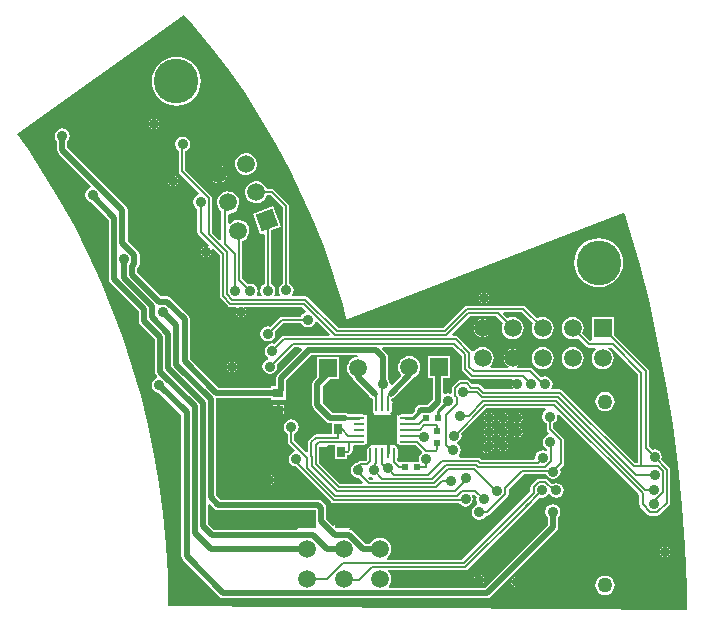
<source format=gbl>
%FSTAX24Y24*%
%MOIN*%
%SFA1B1*%

%IPPOS*%
%AMD28*
4,1,4,-0.017600,-0.037800,0.037800,-0.017600,0.017600,0.037800,-0.037800,0.017600,-0.017600,-0.037800,0.0*
%
%ADD12R,0.023600X0.019700*%
%ADD16R,0.027600X0.035400*%
%ADD20O,0.009800X0.033500*%
%ADD21O,0.033500X0.009800*%
%ADD22C,0.020000*%
%ADD23C,0.007000*%
%ADD25C,0.010000*%
%ADD27C,0.050000*%
G04~CAMADD=28~10~0.0~590.4~0.0~0.0~0.0~0.0~0~0.0~0.0~0.0~0.0~0~0.0~0.0~0.0~0.0~0~0.0~0.0~0.0~200.0~590.4~0.0*
%ADD28D28*%
%ADD29C,0.059100*%
%ADD30R,0.059100X0.059100*%
%ADD31R,0.059100X0.059100*%
%ADD32C,0.149000*%
%ADD33C,0.035000*%
%ADD34C,0.026000*%
%ADD35R,0.019700X0.023600*%
%ADD36R,0.098400X0.098400*%
%ADD37R,0.035400X0.031500*%
%ADD38C,0.008000*%
%ADD39R,0.016600X0.046600*%
%ADD40R,0.020000X0.049800*%
%LNarmboardbeta-1*%
%LPD*%
G36*
X037995Y034521D02*
X03861Y033772D01*
X039195Y032999*
X039749Y032204*
X040271Y031387*
X040762Y030551*
X041218Y029696*
X041642Y028824*
X04203Y027936*
X042383Y027033*
X042701Y026117*
X042982Y02519*
X043094Y024762*
X043107Y024711*
X043106*
X043107*
X043156Y02473*
X052328Y028251*
X052391Y02822*
X052513Y027835*
X052885Y026524*
X053218Y025202*
X053513Y023872*
X053769Y022533*
X053986Y021188*
X054164Y019836*
X054303Y018481*
X054402Y017121*
X054461Y01576*
X054471Y015061*
X054422Y015011*
X03717Y015159*
Y01516*
X037171Y015183*
X037152Y016191*
X037095Y017197*
X037001Y018201*
X03687Y019201*
X036701Y020194*
X036495Y021181*
X036252Y02216*
X035973Y023128*
X035658Y024086*
X035308Y025031*
X034922Y025962*
X034501Y026878*
X034047Y027778*
X03356Y028661*
X033039Y029524*
X032487Y030367*
X032122Y030882*
X037694Y034858*
Y034859*
X037695*
X037995Y034521*
G37*
%LNarmboardbeta-2*%
%LPC*%
G36*
X048948Y01591D02*
X04883D01*
Y015792*
X048848Y015795*
X048906Y015834*
X048945Y015892*
X048948Y01591*
G37*
G36*
X041017Y021644D02*
X04089D01*
Y021537*
X041017*
Y021644*
G37*
G36*
X04079D02*
X040663D01*
Y021537*
X04079*
Y021644*
G37*
G36*
X04749Y01598D02*
X047372D01*
X047375Y015962*
X047414Y015904*
X047472Y015865*
X04749Y015862*
Y01598*
G37*
G36*
X04883Y016128D02*
Y01601D01*
X048948*
X048945Y016028*
X048906Y016086*
X048848Y016125*
X04883Y016128*
G37*
G36*
X04749Y016198D02*
X047472Y016195D01*
X047414Y016156*
X047375Y016098*
X047372Y01608*
X04749*
Y016198*
G37*
G36*
X047708Y01598D02*
X04759D01*
Y015862*
X047608Y015865*
X047666Y015904*
X047705Y015962*
X047708Y01598*
G37*
G36*
X04873Y016128D02*
X048712Y016125D01*
X048654Y016086*
X048615Y016028*
X048612Y01601*
X04873*
Y016128*
G37*
G36*
X05173Y022283D02*
X051646Y022272D01*
X051569Y02224*
X051502Y022188*
X05145Y022121*
X051418Y022044*
X051407Y02196*
X051418Y021876*
X05145Y021799*
X051502Y021732*
X051569Y021681*
X051646Y021648*
X05173Y021637*
X051814Y021648*
X051891Y021681*
X051958Y021732*
X05201Y021799*
X052042Y021876*
X052053Y02196*
X052042Y022044*
X05201Y022121*
X051958Y022188*
X051891Y02224*
X051814Y022272*
X05173Y022283*
G37*
G36*
Y016163D02*
X051646Y016152D01*
X051569Y016119*
X051502Y016068*
X05145Y016001*
X051418Y015924*
X051407Y01584*
X051418Y015756*
X05145Y015679*
X051502Y015612*
X051569Y01556*
X051646Y015528*
X05173Y015517*
X051814Y015528*
X051891Y01556*
X051958Y015612*
X05201Y015679*
X052042Y015756*
X052053Y01584*
X052042Y015924*
X05201Y016001*
X051958Y016068*
X051891Y016119*
X051814Y016152*
X05173Y016163*
G37*
G36*
X043856Y021924D02*
X043853Y021916D01*
Y021848*
X043856*
Y021924*
G37*
G36*
X039468Y02307D02*
X03935D01*
Y022952*
X039368Y022955*
X039426Y022994*
X039465Y023052*
X039468Y02307*
G37*
G36*
X03925D02*
X039132D01*
X039135Y023052*
X039174Y022994*
X039232Y022955*
X03925Y022952*
Y02307*
G37*
G36*
X04873Y01591D02*
X048612D01*
X048615Y015892*
X048654Y015834*
X048712Y015795*
X04873Y015792*
Y01591*
G37*
G36*
X043856Y021748D02*
X043853D01*
Y021679*
X043856Y021672*
Y021748*
G37*
G36*
X041017Y021852D02*
X04089D01*
Y021744*
X041017*
Y021852*
G37*
G36*
X04079D02*
X040663D01*
Y021744*
X04079*
Y021852*
G37*
G36*
X04418Y018345D02*
X043935D01*
Y0181*
X04418*
Y018345*
G37*
G36*
X044525D02*
X04428D01*
Y0181*
X044525*
Y018345*
G37*
G36*
X04297D02*
X042725D01*
Y0181*
X04297*
Y018345*
G37*
G36*
X043315D02*
X04307D01*
Y0181*
X043315*
Y018345*
G37*
G36*
X04049Y019528D02*
X040472Y019525D01*
X040414Y019486*
X040375Y019428*
X040372Y01941*
X04049*
Y019528*
G37*
G36*
X04059D02*
Y01941D01*
X040708*
X040705Y019428*
X040666Y019486*
X040608Y019525*
X04059Y019528*
G37*
G36*
X04049Y01931D02*
X040372D01*
X040375Y019292*
X040414Y019234*
X040472Y019195*
X04049Y019192*
Y01931*
G37*
G36*
X040708D02*
X04059D01*
Y019192*
X040608Y019195*
X040666Y019234*
X040705Y019292*
X040708Y01931*
G37*
G36*
X044525Y018D02*
X04428D01*
Y017755*
X044525*
Y018*
G37*
G36*
X053898Y0169D02*
X05378D01*
Y016782*
X053798Y016785*
X053856Y016824*
X053895Y016882*
X053898Y0169*
G37*
G36*
X05368Y017118D02*
X053662Y017115D01*
X053604Y017076*
X053565Y017018*
X053562Y017*
X05368*
Y017118*
G37*
G36*
X04759Y016198D02*
Y01608D01*
X047708*
X047705Y016098*
X047666Y016156*
X047608Y016195*
X04759Y016198*
G37*
G36*
X05368Y0169D02*
X053562D01*
X053565Y016882*
X053604Y016824*
X053662Y016785*
X05368Y016782*
Y0169*
G37*
G36*
X04219Y021227D02*
X042102D01*
Y0211*
X04219*
Y021227*
G37*
G36*
X04418Y018D02*
X043935D01*
Y017755*
X04418*
Y018*
G37*
G36*
X05378Y017118D02*
Y017D01*
X053898*
X053895Y017018*
X053856Y017076*
X053798Y017115*
X05378Y017118*
G37*
G36*
X042378Y021227D02*
X04229D01*
Y0211*
X042378*
Y021227*
G37*
G36*
X04965Y023778D02*
X049555Y023766D01*
X049466Y023729*
X049389Y023671*
X049331Y023594*
X049294Y023505*
X049282Y02341*
X049294Y023315*
X049331Y023226*
X049389Y023149*
X049466Y023091*
X049555Y023054*
X04965Y023042*
X049745Y023054*
X049834Y023091*
X049911Y023149*
X049969Y023226*
X050006Y023315*
X050018Y02341*
X050006Y023505*
X049969Y023594*
X049911Y023671*
X049834Y023729*
X049745Y023766*
X04965Y023778*
G37*
G36*
X038796Y029473D02*
X03857Y029391D01*
X038582Y029367*
X038635Y029309*
X0387Y029267*
X038775Y029244*
X038852Y029241*
X038879Y029247*
X038796Y029473*
G37*
G36*
X037508Y02926D02*
X03739D01*
Y029142*
X037408Y029145*
X037466Y029184*
X037505Y029242*
X037508Y02926*
G37*
G36*
X03729Y029478D02*
X037272Y029475D01*
X037214Y029436*
X037175Y029378*
X037172Y02936*
X03729*
Y029478*
G37*
G36*
X039117Y02959D02*
X03889Y029507D01*
X038973Y029281*
X038997Y029293*
X039054Y029346*
X039096Y029411*
X03912Y029486*
X039123Y029563*
X039117Y02959*
G37*
G36*
X038598Y02691D02*
X03848D01*
Y026792*
X038498Y026795*
X038556Y026834*
X038595Y026892*
X038598Y02691*
G37*
G36*
X03838D02*
X038262D01*
X038265Y026892*
X038304Y026834*
X038362Y026795*
X03838Y026792*
Y02691*
G37*
G36*
X03729Y02926D02*
X037172D01*
X037175Y029242*
X037214Y029184*
X037272Y029145*
X03729Y029142*
Y02926*
G37*
G36*
X03838Y027128D02*
X038362Y027125D01*
X038304Y027086*
X038265Y027028*
X038262Y02701*
X03838*
Y027128*
G37*
G36*
X03739Y029478D02*
Y02936D01*
X037508*
X037505Y029378*
X037466Y029436*
X037408Y029475*
X03739Y029478*
G37*
G36*
X03665Y031378D02*
X036632Y031375D01*
X036574Y031336*
X036535Y031278*
X036532Y03126*
X03665*
Y031378*
G37*
G36*
X036868Y03116D02*
X03675D01*
Y031042*
X036768Y031045*
X036826Y031084*
X036865Y031142*
X036868Y03116*
G37*
G36*
X03744Y033459D02*
X03728Y033443D01*
X037127Y033397*
X036985Y033321*
X036861Y033219*
X036759Y033095*
X036683Y032953*
X036637Y0328*
X036621Y03264*
X036637Y03248*
X036683Y032327*
X036759Y032185*
X036861Y032061*
X036985Y031959*
X037127Y031883*
X03728Y031837*
X03744Y031821*
X0376Y031837*
X037753Y031883*
X037895Y031959*
X038019Y032061*
X038121Y032185*
X038197Y032327*
X038243Y03248*
X038259Y03264*
X038243Y0328*
X038197Y032953*
X038121Y033095*
X038019Y033219*
X037895Y033321*
X037753Y033397*
X0376Y033443*
X03744Y033459*
G37*
G36*
X03675Y031378D02*
Y03126D01*
X036868*
X036865Y031278*
X036826Y031336*
X036768Y031375*
X03675Y031378*
G37*
G36*
X039734Y030246D02*
X03964Y030226D01*
X039555Y030181*
X039484Y030116*
X039432Y030035*
X039403Y029943*
X039399Y029847*
X03942Y029753*
X039464Y029668*
X039529Y029597*
X03961Y029545*
X039702Y029517*
X039798Y029512*
X039892Y029533*
X039977Y029578*
X040048Y029643*
X0401Y029724*
X040129Y029815*
X040133Y029911*
X040112Y030005*
X040068Y030091*
X040003Y030162*
X039922Y030213*
X03983Y030242*
X039734Y030246*
G37*
G36*
X03868Y029794D02*
X038655Y029781D01*
X038598Y029729*
X038556Y029663*
X038533Y029589*
X03853Y029511*
X038535Y029485*
X038762Y029567*
X03868Y029794*
G37*
G36*
X03665Y03116D02*
X036532D01*
X036535Y031142*
X036574Y031084*
X036632Y031045*
X03665Y031042*
Y03116*
G37*
G36*
X0388Y029834D02*
X038774Y029828D01*
X038856Y029601*
X039083Y029684*
X03907Y029708*
X039018Y029766*
X038952Y029807*
X038878Y029831*
X0388Y029834*
G37*
G36*
X05152Y027409D02*
X05136Y027393D01*
X051207Y027347*
X051065Y027271*
X050941Y027169*
X050839Y027045*
X050763Y026903*
X050717Y02675*
X050701Y02659*
X050717Y02643*
X050763Y026277*
X050839Y026135*
X050941Y026011*
X051065Y025909*
X051207Y025833*
X05136Y025787*
X05152Y025771*
X05168Y025787*
X051833Y025833*
X051975Y025909*
X052099Y026011*
X052201Y026135*
X052277Y026277*
X052323Y02643*
X052339Y02659*
X052323Y02675*
X052277Y026903*
X052201Y027045*
X052099Y027169*
X051975Y027271*
X051833Y027347*
X05168Y027393*
X05152Y027409*
G37*
G36*
X03364Y03107D02*
X033544Y031051D01*
X033463Y030997*
X033409Y030916*
X03339Y03082*
X033409Y030724*
X033463Y030643*
X033467Y030641*
Y030348*
X03348Y030282*
X033517Y030225*
X034592Y029151*
X034571Y029084*
X034554Y029081*
X034473Y029027*
X034419Y028946*
X0344Y02885*
X034419Y028754*
X034473Y028673*
X034554Y028619*
X034593Y028611*
X035202Y028003*
Y026919*
X035195Y026909*
X035182Y026843*
Y026045*
X035195Y025979*
X035232Y025922*
X036187Y024968*
Y024654*
X0362Y024587*
X036237Y024531*
X036732Y024036*
Y022962*
X036745Y022896*
X036783Y02284*
X036812Y022811*
X036791Y022744*
X036774Y022741*
X036693Y022687*
X036639Y022606*
X03662Y02251*
X036639Y022414*
X036693Y022333*
X036774Y022279*
X03687Y02226*
X036874Y022261*
X037607Y021528*
Y0168*
X03762Y016734*
X037657Y016677*
X038873Y015462*
X038929Y015425*
X038995Y015411*
X047805*
X047871Y015425*
X047927Y015462*
X050113Y017647*
X05015Y017704*
X050163Y01777*
Y018111*
X050167Y018113*
X050221Y018194*
X05024Y01829*
X050221Y018386*
X050167Y018467*
X050086Y018521*
X04999Y01854*
X049894Y018521*
X049813Y018467*
X049759Y018386*
X04974Y01829*
X049759Y018194*
X049813Y018113*
X049817Y018111*
Y017842*
X047733Y015758*
X044546*
X044515Y015821*
X044549Y015866*
X044586Y015955*
X044598Y01605*
X044586Y016145*
X044549Y016234*
X044491Y016311*
X044502Y016343*
X047076*
X047117Y016351*
X047152Y016375*
X049048Y01827*
X04906Y018278*
X049548Y018767*
X04963Y01875*
X049726Y018769*
X049807Y018823*
X049835Y018866*
X049905*
X049933Y018823*
X050014Y018769*
X05011Y01875*
X050206Y018769*
X050287Y018823*
X050341Y018904*
X05036Y019*
X050341Y019096*
X050287Y019177*
X050206Y019231*
X05011Y01925*
X050014Y019231*
X049974Y019204*
X049822Y019356*
X049787Y019379*
X049746Y019387*
X049514*
X049473Y019379*
X049438Y019356*
X049274Y019192*
X049251Y019157*
X049243Y019116*
Y018966*
X046974Y016697*
X044479*
X044457Y016764*
X044491Y016789*
X044549Y016866*
X044586Y016955*
X044598Y01705*
X044586Y017145*
X044549Y017234*
X044491Y017311*
X044414Y017369*
X044325Y017406*
X04423Y017418*
X044135Y017406*
X044046Y017369*
X043969Y017311*
X043911Y017234*
X043906Y017223*
X04375*
X043335Y017638*
X043279Y017675*
X043213Y017689*
Y017705*
X043262Y017755*
X043315*
Y018*
X042725*
Y017851*
X04266Y017824*
X042439Y018046*
Y018416*
X042425Y018482*
X042388Y018538*
X042288Y018638*
X042232Y018675*
X042166Y018689*
X038917*
X038763Y018842*
Y022042*
X038759Y022063*
X038768Y022072*
X040593*
Y022018*
X041087*
Y02226*
X0411Y022279*
X041113Y022346*
Y022688*
X041942Y023517*
X043466*
X043485Y023496*
X043488Y023447*
X043405Y023436*
X043316Y023399*
X043239Y023341*
X043181Y023264*
X043144Y023175*
X043132Y02308*
X043144Y022985*
X043181Y022896*
X043239Y022819*
X043316Y022761*
X043332Y022754*
X04334Y022714*
X043377Y022657*
X043864Y022171*
X043877Y022151*
X043934Y022094*
X043983Y022061*
Y021991*
X043933Y021958*
X043944Y021953*
X043956Y021924*
Y021797*
Y021672*
X043944Y021642*
X043934Y021638*
X044001Y021617*
X044017Y021593*
X044039Y021579*
X044018Y021512*
X043808*
Y021498*
X043741Y021478*
X043727Y0215*
X043687Y021526*
X043641Y021535*
X043526*
X043522Y021536*
X043173*
X043116Y021574*
X04305Y021587*
X042643*
X042318Y021912*
Y022478*
X042555Y022715*
X042865*
Y023445*
X042135*
Y022785*
X042022Y022673*
X041985Y022616*
X041972Y02255*
Y02184*
X041985Y021774*
X042022Y021718*
X042449Y021291*
X042505Y021254*
X042571Y02124*
X042623*
Y02087*
X042378*
Y020873*
Y020919*
Y021*
X042102*
Y020919*
Y020873*
X042099Y02087*
X04209*
X042049Y020862*
X042014Y020838*
X041867Y020691*
X041844Y020656*
X041836Y020615*
Y020293*
X041771Y020266*
X041377Y02066*
Y020897*
X041447Y020943*
X041501Y021024*
X04152Y02112*
X041501Y021216*
X041447Y021297*
X041366Y021351*
X04127Y02137*
X041174Y021351*
X041093Y021297*
X041039Y021216*
X04102Y02112*
X041039Y021024*
X041093Y020943*
X041163Y020897*
Y020616*
X041171Y020575*
X041194Y02054*
X041383Y020351*
X041363Y020284*
X041344Y020281*
X041263Y020227*
X041209Y020146*
X04119Y02005*
X041209Y019954*
X041263Y019873*
X041344Y019819*
X041417Y019805*
X042607Y018614*
X042642Y018591*
X042683Y018583*
X04687*
X046903Y018533*
X046984Y018479*
X04708Y01846*
X047176Y018479*
X047257Y018533*
X047311Y018614*
X04733Y01871*
X047311Y018806*
X0473Y018821*
X04731Y018839*
X047379Y018849*
X047447Y018782*
X04743Y0187*
X047449Y018604*
X047475Y018566*
X047448Y018501*
X047444*
X047363Y018447*
X047309Y018366*
X04729Y01827*
X047309Y018174*
X047363Y018093*
X047444Y018039*
X04754Y01802*
X047636Y018039*
X047717Y018093*
X047763Y018163*
X047806*
X047847Y018171*
X047882Y018194*
X048486Y018798*
X048509Y018833*
X048517Y018874*
Y019036*
X049014Y019533*
X04977*
X049823Y019453*
X049904Y019399*
X05Y01938*
X050096Y019399*
X050177Y019453*
X050231Y019534*
X05025Y01963*
X050231Y019726*
X050229Y019728*
X050326Y019824*
X050349Y019859*
X050357Y0199*
Y020676*
X050349Y020717*
X050326Y020752*
X049997Y02108*
Y021237*
X050067Y021283*
X050121Y021364*
X05014Y02146*
X05013Y02151*
X050192Y021543*
X052873Y018862*
Y018534*
X052881Y018493*
X052904Y018458*
X053168Y018194*
X053203Y018171*
X053244Y018163*
X053476*
X053517Y018171*
X053552Y018194*
X053876Y018518*
X053899Y018553*
X053907Y018594*
Y019694*
X053899Y019735*
X053876Y01977*
X053611Y020035*
X05363Y02013*
X053611Y020226*
X053557Y020307*
X053476Y020361*
X05338Y02038*
X053298Y020363*
X053193Y020468*
Y022974*
X053185Y023015*
X053162Y02305*
X052015Y024196*
Y024775*
X051285*
Y024045*
Y024027*
X05127Y024012*
X05122Y023991*
X050974Y024237*
X051006Y024315*
X051018Y02441*
X051006Y024505*
X050969Y024594*
X050911Y024671*
X050834Y024729*
X050745Y024766*
X05065Y024778*
X050555Y024766*
X050466Y024729*
X050389Y024671*
X050331Y024594*
X050294Y024505*
X050282Y02441*
X050294Y024315*
X050331Y024226*
X050389Y024149*
X050466Y024091*
X050555Y024054*
X05065Y024042*
X050745Y024054*
X050823Y024086*
X051114Y023794*
X051149Y023771*
X05119Y023763*
X051401*
X051424Y023697*
X051389Y023671*
X051331Y023594*
X051294Y023505*
X051282Y02341*
X051294Y023315*
X051331Y023226*
X051389Y023149*
X051466Y023091*
X051555Y023054*
X05165Y023042*
X051745Y023054*
X051834Y023091*
X051911Y023149*
X051969Y023226*
X052006Y023315*
X052018Y02341*
X052006Y023505*
X051969Y023594*
X051911Y023671*
X051834Y023729*
X051841Y023763*
X051948*
X052839Y022872*
Y019907*
X052724*
X050296Y022336*
X050261Y022359*
X05022Y022367*
X049977*
X049944Y022429*
X049961Y022454*
X04998Y02255*
X049961Y022646*
X049907Y022727*
X049826Y022781*
X04973Y0228*
X049634Y022781*
X049606Y022762*
X049322Y023046*
X049287Y023069*
X049246Y023077*
X048797*
X048784Y023146*
X048799Y023152*
X048861Y023199*
X048908Y023261*
X048938Y023333*
X048941Y02336*
X048359*
X048362Y023333*
X048392Y023261*
X048439Y023199*
X048501Y023152*
X048516Y023146*
X048503Y023077*
X047925*
X047903Y023143*
X047911Y023149*
X047969Y023226*
X048006Y023315*
X048018Y02341*
X048006Y023505*
X047969Y023594*
X047911Y023671*
X047834Y023729*
X047745Y023766*
X04765Y023778*
X047555Y023766*
X047466Y023729*
X047389Y023671*
X047375Y023652*
X04732Y023641*
X047296Y023642*
X047276Y023671*
X046836Y024111*
X046802Y024134*
X046761Y024142*
X046649*
X046622Y024207*
X047216Y024801*
X048108*
X048326Y024583*
X048294Y024505*
X048282Y02441*
X048294Y024315*
X048331Y024226*
X048389Y024149*
X048466Y024091*
X048555Y024054*
X04865Y024042*
X048745Y024054*
X048834Y024091*
X048911Y024149*
X048969Y024226*
X049006Y024315*
X049018Y02441*
X049006Y024505*
X048969Y024594*
X048911Y024671*
X048834Y024729*
X048745Y024766*
X04865Y024778*
X048555Y024766*
X048477Y024734*
X048335Y024876*
X048362Y024941*
X048968*
X049326Y024583*
X049294Y024505*
X049282Y02441*
X049294Y024315*
X049331Y024226*
X049389Y024149*
X049466Y024091*
X049555Y024054*
X04965Y024042*
X049745Y024054*
X049834Y024091*
X049911Y024149*
X049969Y024226*
X050006Y024315*
X050018Y02441*
X050006Y024505*
X049969Y024594*
X049911Y024671*
X049834Y024729*
X049745Y024766*
X04965Y024778*
X049555Y024766*
X049477Y024734*
X049088Y025124*
X049053Y025147*
X049012Y025155*
X047114*
X047073Y025147*
X047038Y025124*
X046337Y024422*
X042833*
X04182Y025436*
X041785Y025459*
X041744Y025467*
X041333*
X0413Y025529*
X041331Y025574*
X04135Y02567*
X041331Y025766*
X041277Y025847*
X041207Y025893*
Y02847*
X041199Y028511*
X041176Y028546*
X040706Y029015*
X040671Y029039*
X04063Y029047*
X040458*
X040454Y029066*
X04041Y029151*
X040345Y029222*
X040264Y029274*
X040172Y029303*
X040076Y029307*
X039982Y029286*
X039897Y029241*
X039826Y029177*
X039774Y029095*
X039745Y029004*
X039741Y028908*
X039762Y028814*
X039806Y028728*
X039871Y028657*
X039952Y028606*
X040044Y028577*
X04014Y028573*
X040234Y028593*
X040319Y028638*
X04039Y028703*
X040442Y028784*
X040457Y028833*
X040586*
X040993Y028426*
Y025893*
X040923Y025847*
X040869Y025766*
X04085Y02567*
X040869Y025574*
X0409Y025529*
X040867Y025467*
X04073*
X040697Y025529*
X040721Y025564*
X04074Y02566*
X040721Y025756*
X040667Y025837*
X040597Y025883*
Y027665*
X040918Y027782*
X040668Y028468*
X039982Y028218*
X040232Y027532*
X040326Y027566*
X040383Y027526*
Y025883*
X040313Y025837*
X040259Y025756*
X04024Y02566*
X040259Y025564*
X040283Y025529*
X04025Y025467*
X040163*
X04013Y025529*
X040141Y025544*
X04016Y02564*
X040141Y025736*
X040087Y025817*
X040006Y025871*
X03991Y02589*
X039828Y025873*
X039637Y026064*
Y027312*
X039722Y027356*
X039793Y027421*
X039844Y027502*
X039873Y027594*
X039877Y02769*
X039857Y027784*
X039812Y027869*
X039747Y02794*
X039666Y027992*
X039574Y028021*
X039478Y028025*
X039384Y028004*
X039299Y02796*
X039228Y027895*
X039224Y027889*
X039157Y027908*
Y028189*
X0392Y028231*
X039294Y028251*
X03938Y028296*
X039451Y028361*
X039502Y028442*
X039531Y028534*
X039535Y02863*
X039514Y028724*
X03947Y028809*
X039405Y02888*
X039324Y028932*
X039232Y028961*
X039136Y028965*
X039042Y028944*
X038957Y028899*
X038886Y028835*
X038834Y028753*
X038805Y028662*
X038801Y028566*
X038822Y028472*
X038866Y028386*
X038931Y028315*
X038944Y028307*
X038943Y028301*
Y027364*
X038878Y027337*
X038637Y027578*
Y028736*
X038629Y028777*
X038606Y028812*
X037737Y02968*
Y030308*
X037746Y030309*
X037827Y030363*
X037881Y030444*
X0379Y03054*
X037881Y030636*
X037827Y030717*
X037746Y030771*
X03765Y03079*
X037633Y030786*
X03763Y030787*
X037589Y030779*
X037586Y030777*
X037554Y030771*
X037473Y030717*
X037419Y030636*
X0374Y03054*
X037419Y030444*
X037473Y030363*
X037523Y03033*
Y029636*
X037531Y029595*
X037554Y02956*
X038193Y028921*
X038173Y028854*
X038154Y028851*
X038073Y028797*
X038019Y028716*
X038Y02862*
X038019Y028524*
X038073Y028443*
X038143Y028397*
Y027616*
X038151Y027575*
X038174Y02754*
X038527Y027187*
X038494Y027126*
X03848Y027128*
Y02701*
X038598*
X038596Y027024*
X038657Y027057*
X038883Y026832*
Y025476*
X038891Y025435*
X038914Y0254*
X03917Y025144*
X039205Y025121*
X039246Y025113*
X039421*
X039454Y025051*
X039425Y025008*
X039422Y02499*
X039758*
X039755Y025008*
X039716Y025066*
X039658Y025105*
X039659Y025113*
X041642*
X041763Y024991*
X041743Y024924*
X041724Y024921*
X041643Y024867*
X041597Y024797*
X04096*
X040919Y024789*
X040884Y024766*
X040572Y024453*
X04049Y02447*
X040394Y024451*
X040313Y024397*
X040259Y024316*
X04024Y02422*
X040259Y024124*
X040313Y024043*
X040394Y023989*
X04049Y02397*
X040586Y023989*
X040667Y024043*
X040721Y024124*
X04074Y02422*
X040723Y024302*
X041004Y024583*
X041597*
X041643Y024513*
X041724Y024459*
X04182Y02444*
X041916Y024459*
X041997Y024513*
X042051Y024594*
X042054Y024613*
X042121Y024633*
X042548Y024207*
X042521Y024142*
X041015*
X040974Y024134*
X040939Y024111*
X040712Y023883*
X04063Y0239*
X040534Y023881*
X040453Y023827*
X040399Y023746*
X04038Y02365*
X040399Y023554*
X040453Y023473*
X04051Y023436*
X040496Y023367*
X040464Y023361*
X040383Y023307*
X040329Y023226*
X04031Y02313*
X040329Y023034*
X040383Y022953*
X040464Y022899*
X04056Y02288*
X040656Y022899*
X040737Y022953*
X040791Y023034*
X04081Y02313*
X040793Y023212*
X041369Y023788*
X041447*
X041604Y023757*
X041625Y02369*
X040817Y022883*
X04078Y022826*
X040767Y02276*
Y022473*
X040593*
Y022419*
X03884*
X037889Y02337*
Y024722*
X037876Y024789*
X037838Y024845*
X037265Y025418*
X037209Y025455*
X037143Y025468*
X03694*
X036143Y026265*
Y02641*
X036168Y026435*
X036205Y026491*
X036218Y026557*
Y026843*
X036205Y026909*
X036168Y026965*
X035818Y027315*
Y028343*
X035805Y028409*
X035768Y028465*
X033813Y03042*
Y030641*
X033817Y030643*
X033871Y030724*
X03389Y03082*
X033871Y030916*
X033817Y030997*
X033736Y031051*
X03364Y03107*
G37*
G36*
X0487Y023701D02*
Y02346D01*
X048941*
X048938Y023487*
X048908Y023559*
X048861Y023621*
X048799Y023668*
X048727Y023698*
X0487Y023701*
G37*
G36*
X047941Y02436D02*
X0477D01*
Y024119*
X047727Y024122*
X047799Y024152*
X047861Y024199*
X047908Y024261*
X047938Y024333*
X047941Y02436*
G37*
G36*
X0476D02*
X047359D01*
X047362Y024333*
X047392Y024261*
X047439Y024199*
X047501Y024152*
X047573Y024122*
X0476Y024119*
Y02436*
G37*
G36*
X03925Y023288D02*
X039232Y023285D01*
X039174Y023246*
X039135Y023188*
X039132Y02317*
X03925*
Y023288*
G37*
G36*
X05065Y023778D02*
X050555Y023766D01*
X050466Y023729*
X050389Y023671*
X050331Y023594*
X050294Y023505*
X050282Y02341*
X050294Y023315*
X050331Y023226*
X050389Y023149*
X050466Y023091*
X050555Y023054*
X05065Y023042*
X050745Y023054*
X050834Y023091*
X050911Y023149*
X050969Y023226*
X051006Y023315*
X051018Y02341*
X051006Y023505*
X050969Y023594*
X050911Y023671*
X050834Y023729*
X050745Y023766*
X05065Y023778*
G37*
G36*
X0486Y023701D02*
X048573Y023698D01*
X048501Y023668*
X048439Y023621*
X048392Y023559*
X048362Y023487*
X048359Y02346*
X0486*
Y023701*
G37*
G36*
X03935Y023288D02*
Y02317D01*
X039468*
X039465Y023188*
X039426Y023246*
X039368Y023285*
X03935Y023288*
G37*
G36*
X0476Y024701D02*
X047573Y024698D01*
X047501Y024668*
X047439Y024621*
X047392Y024559*
X047362Y024487*
X047359Y02446*
X0476*
Y024701*
G37*
G36*
X047873Y02536D02*
X047755D01*
Y025242*
X047773Y025245*
X047831Y025284*
X04787Y025342*
X047873Y02536*
G37*
G36*
X047655D02*
X047536D01*
X04754Y025342*
X047579Y025284*
X047636Y025245*
X047655Y025242*
Y02536*
G37*
G36*
X047755Y025578D02*
Y02546D01*
X047873*
X04787Y025478*
X047831Y025536*
X047773Y025575*
X047755Y025578*
G37*
G36*
X047655D02*
X047636Y025575D01*
X047579Y025536*
X04754Y025478*
X047536Y02546*
X047655*
Y025578*
G37*
G36*
X03954Y02489D02*
X039422D01*
X039425Y024872*
X039464Y024814*
X039522Y024775*
X03954Y024772*
Y02489*
G37*
G36*
X0477Y024701D02*
Y02446D01*
X047941*
X047938Y024487*
X047908Y024559*
X047861Y024621*
X047799Y024668*
X047727Y024698*
X0477Y024701*
G37*
G36*
X039758Y02489D02*
X03964D01*
Y024772*
X039658Y024775*
X039716Y024814*
X039755Y024872*
X039758Y02489*
G37*
%LNarmboardbeta-3*%
%LPD*%
G36*
X044873Y02054D02*
X044913Y020514D01*
X044959Y020505*
X045196*
X045242Y020514*
X04525Y020519*
X045423*
X045628Y020315*
X045621Y020245*
X045593Y020227*
X045539Y020146*
X04552Y02005*
X045532Y019993*
X045487Y019938*
X045259*
X045241*
X044865*
X044854Y019934*
X044801Y019987*
Y02007*
X044806Y020078*
X044815Y020124*
Y020361*
X044806Y020407*
X04478Y020447*
X04474Y020473*
X044694Y020482*
X044739Y020528*
X044792*
Y020542*
X044859Y020562*
X044873Y02054*
G37*
G36*
X049757Y021666D02*
X049713Y021637D01*
X049659Y021556*
X04964Y02146*
X049659Y021364*
X049713Y021283*
X049783Y021237*
Y021036*
X049791Y020995*
X049814Y02096*
X04986Y020915*
X04984Y020848*
X049804Y020841*
X049723Y020787*
X049669Y020706*
X04965Y02061*
X049669Y020514*
X049723Y020433*
X049786Y020392*
X049782Y020322*
X049761Y02031*
X049746Y020321*
X04965Y02034*
X049554Y020321*
X049473Y020267*
X049419Y020186*
X0494Y02009*
X049402Y020081*
X049358Y020027*
X047596*
X047558Y020066*
X047523Y020089*
X047482Y020097*
X046891*
X046847Y020163*
X046901Y020244*
X04692Y02034*
X046901Y020436*
X046847Y020517*
X046766Y020571*
X046796Y020599*
X046877Y020653*
X046931Y020734*
X04695Y02083*
X046937Y020895*
X047774Y021733*
X049737*
X049757Y021666*
G37*
G36*
X043808Y020542D02*
Y020528D01*
X043822*
X043842Y020461*
X04382Y020447*
X043794Y020407*
X043785Y020361*
Y020124*
X043794Y020078*
X043799Y02007*
Y020031*
X043766Y019997*
X04359*
X043549Y019989*
X043514Y019966*
X043461Y019912*
X043404Y019901*
X043323Y019847*
X043269Y019766*
X04325Y01967*
X043269Y019574*
X043323Y019493*
X043404Y019439*
X0435Y01942*
X043524Y019425*
X043667Y019282*
X04364Y019217*
X042901*
X042887Y019231*
X042199Y019919*
Y020113*
X042285*
Y02029*
X042335*
Y02034*
X042473*
Y020467*
X042521Y020516*
X042717*
Y020043*
X043133*
Y020183*
X043155*
X043196Y020191*
X043231Y020214*
X043286Y020269*
X043309Y020304*
X043317Y020345*
Y020453*
X043338Y020484*
X043371Y020511*
X043404Y020505*
X043641*
X043687Y020514*
X043727Y02054*
X043741Y020562*
X043808Y020542*
G37*
G36*
X046953Y023493D02*
Y023062D01*
X046961Y023021*
X046984Y022986*
X047216Y022754*
X047251Y022731*
X047292Y022723*
X048621*
X048654Y022661*
X048625Y022618*
X048622Y0226*
X04879*
Y0225*
X048622*
X048625Y022482*
X048661Y022429*
X048634Y022379*
X048626Y022367*
X047722*
X047584Y022506*
X047549Y022529*
X047508Y022537*
X04731*
X047202Y022646*
X047167Y022669*
X047126Y022677*
X046894*
X046853Y022669*
X046818Y022646*
X046654Y022482*
X046631Y022447*
X046623Y022406*
Y022271*
X046569Y022226*
X0465Y02224*
X046404Y022221*
X04639Y022211*
X046328Y022244*
Y022745*
X046565*
Y023475*
X045835*
Y022745*
X045982*
Y022018*
X045812Y021848*
X045591*
X045525Y021835*
X045469Y021798*
X045442Y021771*
X045405Y021715*
X045392Y021649*
X045394Y021637*
X045293Y021536*
X045078*
X045074Y021535*
X044959*
X044913Y021526*
X044873Y0215*
X044859Y021478*
X044792Y021498*
Y021512*
X044582*
X044561Y021579*
X044583Y021593*
X044599Y021617*
X044666Y021638*
X044656Y021642*
X044644Y021672*
Y021797*
Y021924*
X044656Y021953*
X044667Y021958*
X044609Y021997*
Y022058*
X04465Y022066*
X044706Y022104*
X045323Y02272*
X04536Y022777*
X045361Y022781*
X045384Y022791*
X045461Y022849*
X045519Y022926*
X045556Y023015*
X045568Y02311*
X045556Y023205*
X045519Y023294*
X045461Y023371*
X045384Y023429*
X045295Y023466*
X0452Y023478*
X045105Y023466*
X045016Y023429*
X044939Y023371*
X044881Y023294*
X044844Y023205*
X044832Y02311*
X044844Y023015*
X044881Y022926*
X044939Y022849*
X044941Y022829*
X044623Y022511*
X044561Y022544*
X044563Y022554*
X044544Y02265*
X044493Y022726*
Y02345*
X04448Y023516*
X044443Y023573*
X044292Y023723*
X044319Y023788*
X046658*
X046953Y023493*
G37*
G36*
X038722Y018393D02*
D01*
X038778Y018355*
X038845Y018342*
X041505*
Y0181*
X0418*
Y018*
X041505*
Y017755*
Y017738*
X041455Y017689*
X038687*
X038493Y017882*
Y01853*
X038558Y018557*
X038722Y018393*
G37*
G36*
X043924Y019439D02*
X043987Y019427D01*
X04398Y019357*
X043894*
X043839Y019413*
X043883Y019467*
X043924Y019439*
G37*
%LNarmboardbeta-4*%
%LPC*%
G36*
X04829Y020428D02*
X048172D01*
X048175Y020409*
X048214Y020351*
X048272Y020313*
X04829Y020309*
Y020428*
G37*
G36*
X042473Y02024D02*
X042385D01*
Y020113*
X042473*
Y02024*
G37*
G36*
X047818Y020428D02*
X047699D01*
Y020426*
X047695Y020422*
X047673Y020389*
X047666Y02035*
X047673Y020311*
X047695Y020278*
X047729Y020256*
X047768Y020248*
X047807Y020256*
X04784Y020278*
X047862Y0203*
X047818Y020309*
Y020428*
G37*
G36*
X048036D02*
X047918D01*
Y020309*
X047936Y020313*
X047994Y020351*
X048032Y020409*
X048036Y020428*
G37*
G36*
X048508D02*
X04839D01*
Y020309*
X048408Y020313*
X048466Y020351*
X048505Y020409*
X048508Y020428*
G37*
G36*
Y021372D02*
X04839D01*
Y021254*
X048408Y021258*
X048466Y021296*
X048505Y021354*
X048508Y021372*
G37*
G36*
X048762D02*
X048644D01*
X048648Y021354*
X048686Y021296*
X048744Y021258*
X048762Y021254*
Y021372*
G37*
G36*
X048981D02*
X048862D01*
Y021254*
X048881Y021258*
X048939Y021296*
X048977Y021354*
X048981Y021372*
G37*
G36*
X04829D02*
X048172D01*
X048175Y021354*
X048214Y021296*
X048272Y021258*
X04829Y021254*
Y021372*
G37*
G36*
X048862Y021118D02*
Y021D01*
X048981*
X048977Y021018*
X048939Y021076*
X048881Y021115*
X048862Y021118*
G37*
G36*
X047818Y021372D02*
X047699D01*
X047703Y021354*
X047741Y021296*
X047799Y021258*
X047818Y021254*
Y021372*
G37*
G36*
X048036D02*
X047918D01*
Y021254*
X047936Y021258*
X047994Y021296*
X048032Y021354*
X048036Y021372*
G37*
G36*
X047818Y021591D02*
X047799Y021587D01*
X047741Y021549*
X047703Y021491*
X047699Y021472*
X047818*
Y021591*
G37*
G36*
X048862D02*
Y021472D01*
X048981*
X048977Y021491*
X048939Y021549*
X048881Y021587*
X048862Y021591*
G37*
G36*
X044747Y021748D02*
X044744D01*
Y021672*
X044747Y021679*
Y021748*
G37*
G36*
X044744Y021924D02*
Y021848D01*
X044747*
Y021916*
X044744Y021924*
G37*
G36*
X048762Y021591D02*
X048744Y021587D01*
X048686Y021549*
X048648Y021491*
X048644Y021472*
X048762*
Y021591*
G37*
G36*
X047918D02*
Y021472D01*
X048036*
X048032Y021491*
X047994Y021549*
X047936Y021587*
X047918Y021591*
G37*
G36*
X04829D02*
X048272Y021587D01*
X048214Y021549*
X048175Y021491*
X048172Y021472*
X04829*
Y021591*
G37*
G36*
X04839D02*
Y021472D01*
X048508*
X048505Y021491*
X048466Y021549*
X048408Y021587*
X04839Y021591*
G37*
G36*
X047818Y0209D02*
X047699D01*
X047703Y020882*
X047741Y020824*
X047799Y020785*
X047818Y020782*
Y0209*
G37*
G36*
X048036D02*
X047918D01*
Y020782*
X047936Y020785*
X047994Y020824*
X048032Y020882*
X048036Y0209*
G37*
G36*
X04829D02*
X048172D01*
X048175Y020882*
X048214Y020824*
X048272Y020785*
X04829Y020782*
Y0209*
G37*
G36*
X04839Y020646D02*
Y020528D01*
X048508*
X048505Y020546*
X048466Y020604*
X048408Y020642*
X04839Y020646*
G37*
G36*
X047818D02*
X047799Y020642D01*
X047741Y020604*
X047703Y020546*
X047699Y020528*
X047818*
Y020646*
G37*
G36*
X047918D02*
Y020528D01*
X048036*
X048032Y020546*
X047994Y020604*
X047936Y020642*
X047918Y020646*
G37*
G36*
X04829D02*
X048272Y020642D01*
X048214Y020604*
X048175Y020546*
X048172Y020528*
X04829*
Y020646*
G37*
G36*
X048508Y0209D02*
X04839D01*
Y020782*
X048408Y020785*
X048466Y020824*
X048505Y020882*
X048508Y0209*
G37*
G36*
X04829Y021118D02*
X048272Y021115D01*
X048214Y021076*
X048175Y021018*
X048172Y021*
X04829*
Y021118*
G37*
G36*
X04839D02*
Y021D01*
X048508*
X048505Y021018*
X048466Y021076*
X048408Y021115*
X04839Y021118*
G37*
G36*
X048762D02*
X048744Y021115D01*
X048686Y021076*
X048648Y021018*
X048644Y021*
X048762*
Y021118*
G37*
G36*
X047918D02*
Y021D01*
X048036*
X048032Y021018*
X047994Y021076*
X047936Y021115*
X047918Y021118*
G37*
G36*
X048762Y0209D02*
X048644D01*
X048648Y020882*
X048686Y020824*
X048744Y020785*
X048762Y020782*
Y0209*
G37*
G36*
X048981D02*
X048862D01*
Y020782*
X048881Y020785*
X048939Y020824*
X048977Y020882*
X048981Y0209*
G37*
G36*
X047818Y021118D02*
X047799Y021115D01*
X047741Y021076*
X047703Y021018*
X047699Y021*
X047818*
Y021118*
G37*
%LNarmboardbeta-5*%
%LPD*%
G54D12*
X045773Y0214D03*
X046167D03*
X045053Y01977D03*
X045447D03*
G54D16*
X042925Y02029D03*
X042335D03*
X042831Y02105D03*
X04224D03*
G54D20*
X044694Y021798D03*
X044497D03*
X0443D03*
X044103D03*
X043906D03*
Y020242D03*
X044103D03*
X0443D03*
X044497D03*
X044694D03*
G54D21*
X045078Y020626D03*
Y020823D03*
Y02102D03*
Y021217D03*
Y021414D03*
X043522D03*
Y021217D03*
Y02102D03*
Y020823D03*
Y020626D03*
G54D22*
X04432Y022561D02*
Y02345D01*
X04408Y02369D02*
X04432Y02345D01*
X03597Y026194D02*
X036869Y025295D01*
X03663Y024766D02*
Y025152D01*
X0357Y026082D02*
X03663Y025152D01*
X03636Y024654D02*
Y02504D01*
X035355Y026045D02*
X03636Y02504D01*
X03597Y026194D02*
Y026482D01*
X036869Y025295D02*
X037143D01*
X0357Y026082D02*
Y0267D01*
X03663Y024766D02*
X037176Y02422D01*
X035355Y026045D02*
Y026843D01*
X03636Y024654D02*
X036906Y024108D01*
X043906Y021414D02*
X044064Y021256D01*
X044Y022273D02*
X044057Y022217D01*
X044Y022273D02*
Y02228D01*
X0435Y02278D02*
X044Y02228D01*
X0435Y02278D02*
Y02308D01*
X044314Y022554D02*
X04432Y022561D01*
X044584Y022227D02*
X0452Y022843D01*
Y02311*
X044064Y021256D02*
X0443Y02102D01*
X044536Y021256D02*
X044694Y021414D01*
X0443Y02102D02*
X044536Y021256D01*
X03364Y030348D02*
X035645Y028343D01*
X03364Y030348D02*
Y03082D01*
X045605Y021675D02*
X045884D01*
X045591D02*
X045605D01*
X046155Y021946D02*
Y023065D01*
X045565Y021649D02*
X045591Y021675D01*
X045884D02*
X046155Y021946D01*
Y023065D02*
X0462Y02311D01*
X042145Y02184D02*
Y02255D01*
X0425Y022905D02*
Y02308D01*
X042145Y02255D02*
X0425Y022905D01*
X044314Y022547D02*
Y022554D01*
X042145Y02184D02*
X042571Y021414D01*
X04305*
X0465Y02198D02*
Y02199D01*
X047868Y02045D02*
Y020478D01*
X047768Y02035D02*
X047868Y02045D01*
X035645Y027243D02*
X036045Y026843D01*
X03597Y026482D02*
X036045Y026557D01*
Y026843*
X035645Y027243D02*
Y028343D01*
X03465Y0288D02*
X035375Y028075D01*
X03465Y0288D02*
Y02885D01*
X035375Y026863D02*
Y028075D01*
X035355Y026843D02*
X035375Y026863D01*
X047805Y015585D02*
X04999Y01777D01*
Y01829*
X044071Y021407D02*
X044208Y0214D01*
X03805Y01758D02*
X03858Y01705D01*
X043678D02*
X04423D01*
X03778Y0168D02*
X038995Y015585D01*
X037143Y025295D02*
X037716Y024722D01*
X037Y02495D02*
X037446Y024504D01*
X037176Y023074D02*
Y02422D01*
X037446Y023186D02*
Y024504D01*
Y023186D02*
X03859Y022042D01*
X037176Y023074D02*
X03832Y02193D01*
X036906Y022962D02*
Y024108D01*
Y022962D02*
X03805Y021818D01*
X038995Y015585D02*
X047805D01*
X03687Y02251D02*
X03778Y0216D01*
X037716Y023298D02*
Y024722D01*
X038768Y022246D02*
X04084D01*
X037716Y023298D02*
X038768Y022246D01*
X04084D02*
X04094Y022346D01*
Y02276*
X04184Y02366*
Y02369*
X04408*
X0443Y022541D02*
X044314Y022554D01*
X042335Y019975D02*
Y02029D01*
Y019975D02*
X042405Y019905D01*
X043205D02*
X043418Y020118D01*
X042405Y019905D02*
X043205D01*
X044497Y020744D02*
X044536Y020784D01*
X03858Y01705D02*
X0418D01*
X03859Y01877D02*
Y022042D01*
Y01877D02*
X038845Y018515D01*
X03832Y017811D02*
X038615Y017515D01*
X03778Y0168D02*
Y0216D01*
X03805Y01758D02*
Y021818D01*
X03832Y017811D02*
Y02193D01*
X042166Y018515D02*
X042265Y018416D01*
Y017974D02*
Y018416D01*
Y017974D02*
X042724Y017515D01*
X043213*
X043678Y01705*
X038615Y017515D02*
X041993D01*
X038845Y018515D02*
X042166D01*
X041993Y017515D02*
X042458Y01705D01*
X04302*
G54D23*
X03899Y025476D02*
Y026876D01*
X03825Y027616D02*
X03899Y026876D01*
Y025476D02*
X039246Y02522D01*
X03853Y027534D02*
X03913Y026934D01*
X03953Y02602D02*
Y027638D01*
X03951Y027658D02*
X03953Y027638D01*
X03913Y025534D02*
Y026934D01*
Y025534D02*
X039304Y02536D01*
X03953Y02602D02*
X03991Y02564D01*
X03905Y027212D02*
Y028301D01*
Y027212D02*
X03939Y026872D01*
Y02578D02*
Y026872D01*
Y02578D02*
X03941Y02576D01*
X03763Y029636D02*
Y03068D01*
Y029636D02*
X03853Y028736D01*
Y027534D02*
Y028736D01*
X039246Y02522D02*
X041686D01*
X03825Y027616D02*
Y02862D01*
X03905Y028301D02*
X039168Y028419D01*
Y028598*
X04096Y02469D02*
X04182D01*
X04049Y02422D02*
X04096Y02469D01*
X04049Y02567D02*
X04052Y02564D01*
X041686Y02522D02*
X042731Y024175D01*
X03941Y02565D02*
Y02576D01*
X04049Y02567D02*
Y02796D01*
X046439Y024175D02*
X047172Y024908D01*
X046761Y024035D02*
X0472Y023596D01*
X046703Y023895D02*
X04706Y023538D01*
X046381Y024315D02*
X047114Y025048D01*
X04999Y01964D02*
X05025Y0199D01*
X04993Y019974D02*
Y02058D01*
X0499Y02061D02*
X04993Y02058D01*
X05025Y0199D02*
Y020676D01*
X053244Y01827D02*
X053476D01*
X0538Y018594*
Y019694*
X05338Y020114D02*
X0538Y019694D01*
X05338Y020114D02*
Y02013D01*
X04584Y01953D02*
X0463Y01999D01*
X047482*
X047552Y01992*
X045966Y01939D02*
X046426Y01985D01*
X047424*
X047494Y01978*
X046024Y01925D02*
X046484Y01971D01*
X047366*
X048086Y01899*
X04813*
X046746Y01897D02*
X04711Y019334D01*
X046082Y01911D02*
X046282Y01931D01*
X04658*
X047018Y01659D02*
X04935Y018922D01*
X050026Y019D02*
X05011D01*
X04898Y018354D02*
X048984D01*
X04963Y019*
X047806Y01827D02*
X04841Y018874D01*
X04754Y01827D02*
X047806D01*
X0443Y01939D02*
X045966D01*
X04841Y01908D02*
X04897Y01964D01*
X04841Y018874D02*
Y01908D01*
X04706Y023062D02*
Y023538D01*
X04049Y02566D02*
Y02567D01*
X04045Y028D02*
X04049Y02796D01*
X04144Y019933D02*
Y02005D01*
X04321Y020623D02*
X043519D01*
X042204D02*
X04321D01*
X042925Y02029D02*
X043155D01*
X04321Y020345*
Y020623*
X043519D02*
X043522Y020626D01*
X04209Y020763D02*
X042831D01*
X04381Y01989D02*
X043906Y019986D01*
X04359Y01989D02*
X04381D01*
X0435Y0198D02*
X04359Y01989D01*
X0435Y01967D02*
Y0198D01*
X043906Y019986D02*
Y020242D01*
X044103Y0199D02*
Y020242D01*
X04402Y019817D02*
X044103Y0199D01*
X04402Y01967D02*
Y019817D01*
X047292Y02283D02*
X04899D01*
X04927Y02255*
X04706Y023062D02*
X047292Y02283D01*
X04735Y02297D02*
X049246D01*
X0472Y02312D02*
X04735Y02297D01*
X0472Y02312D02*
Y023596D01*
X049246Y02297D02*
X049666Y02255D01*
X04973*
X052946Y0198D02*
Y022916D01*
X051992Y02387D02*
X052946Y022916D01*
X053086Y020424D02*
Y022974D01*
X05165Y02441D02*
X053086Y022974D01*
Y020424D02*
X05338Y02013D01*
X04642Y0205D02*
Y021514D01*
Y0205D02*
X04658Y02034D01*
X04667*
X045707Y02118D02*
X04609D01*
X04612Y020977D02*
Y02115D01*
X04609Y02118D02*
X04612Y02115D01*
X045078Y02102D02*
X045547D01*
X045707Y02118*
X045667Y020823D02*
X04571Y02078D01*
X045078Y020823D02*
X045667D01*
X045764Y02033D02*
X04608D01*
X04612Y02037*
Y020583*
X045468Y020626D02*
X045764Y02033D01*
X045078Y020626D02*
X045468D01*
X045447Y01977D02*
X04577D01*
Y02005*
X044694Y019942D02*
X044866Y01977D01*
X045053*
X044694Y019942D02*
Y020242D01*
X046964Y01899D02*
X04739D01*
X04768Y0187*
X04898Y018354D02*
X04917Y018544D01*
X0411Y02567D02*
Y02847D01*
X040108Y02894D02*
X04063D01*
X0411Y02847*
X047172Y024908D02*
X048152D01*
X04865Y02441*
X047266Y02243D02*
X047508D01*
X047126Y02257D02*
X047266Y02243D01*
X046894Y02257D02*
X047126D01*
X04673Y022406D02*
X046894Y02257D01*
X04673Y022156D02*
Y022406D01*
X04701Y02229D02*
X04745D01*
X04642Y021514D02*
X04678Y021874D01*
Y022106*
X04673Y022156D02*
X04678Y022106D01*
X05298Y018534D02*
X053244Y01827D01*
X04691Y02149D02*
X047182D01*
X0467Y02083D02*
X04672D01*
X05366Y018934D02*
Y019636D01*
X05336Y018634D02*
X05366Y018934D01*
X053496Y0198D02*
X05366Y019636D01*
X05336Y01855D02*
Y018634D01*
X046804Y01883D02*
X046964Y01899D01*
X04706Y01869D02*
X04708Y01871D01*
X042831Y020763D02*
Y02105D01*
X04127Y020616D02*
Y02112D01*
X04295Y02105D02*
X043177Y020823D01*
X042831Y02105D02*
X04295D01*
X043177Y020823D02*
X043522D01*
X04471Y01953D02*
X04584D01*
X0445Y01974D02*
X04471Y01953D01*
X0443Y01987D02*
Y020242D01*
X04443Y01974D02*
X0445D01*
X0443Y01987D02*
X04443Y01974D01*
X04402Y01967D02*
X0443Y01939D01*
X045545Y021217D02*
X045799Y02147D01*
X045545Y021217D02*
X045799Y02147D01*
X045751Y021422D02*
X045799Y02147D01*
X045545Y021217D02*
X045751Y021422D01*
X045078Y021217D02*
X045545D01*
X04354Y01603D02*
X04396Y01645D01*
X04304Y01603D02*
X04354D01*
X04302Y01605D02*
X04304Y01603D01*
X04396Y01645D02*
X047076D01*
X0418Y01605D02*
X042454D01*
X0435Y0196D02*
Y01967D01*
X047076Y01645D02*
X04898Y018354D01*
X05065Y02441D02*
X05119Y02387D01*
X051992*
X04989Y021036D02*
Y02146D01*
X04672Y02083D02*
X04773Y02184D01*
X050046*
X05298Y018906*
X04745Y02229D02*
X04762Y02212D01*
X047508Y02243D02*
X047678Y02226D01*
X047182Y02149D02*
X047672Y02198D01*
X047678Y02226D02*
X05022D01*
X04762Y02212D02*
X050162D01*
X047672Y02198D02*
X050104D01*
X05022Y02226D02*
X05268Y0198D01*
X053496*
X050162Y02212D02*
X052762Y01952D01*
X050104Y02198D02*
X053054Y01903D01*
X05298Y018534D02*
Y018906D01*
X053054Y01903D02*
X05336D01*
X052762Y01952D02*
X05338D01*
X04989Y021036D02*
X05025Y020676D01*
X049736Y01978D02*
X04993Y019974D01*
X04935Y018922D02*
Y019116D01*
X047552Y01992D02*
X04948D01*
X04965Y02009*
X047494Y01978D02*
X049736D01*
X04897Y01964D02*
X04999D01*
X04935Y019116D02*
X049514Y01928D01*
X049746*
X050026Y019*
X039304Y02536D02*
X041744D01*
X042789Y024315*
X046381*
X042731Y024175D02*
X046439D01*
X04056Y02313D02*
X041325Y023895D01*
X046703*
X04063Y02365D02*
X041015Y024035D01*
X046761*
X041943Y020615D02*
X04209Y020763D01*
X042092Y020511D02*
X042204Y020623D01*
X041812Y019759D02*
Y020074D01*
X04127Y020616D02*
X041812Y020074D01*
X041952Y019817D02*
Y020132D01*
X041943Y020141D02*
X041952Y020132D01*
X041943Y020141D02*
Y020615D01*
X042092Y019875D02*
Y020511D01*
X047114Y025048D02*
X049012D01*
X04965Y02441*
X042454Y01605D02*
X042994Y01659D01*
X047018*
X0435Y0196D02*
X04385Y01925D01*
X046024*
X042092Y019875D02*
X042857Y01911D01*
X046082*
X041952Y019817D02*
X042799Y01897D01*
X046746*
X041812Y019759D02*
X042741Y01883D01*
X046804*
X04144Y019933D02*
X042683Y01869D01*
X04706*
G54D25*
X045572Y021642D02*
X045605Y021675D01*
X045344Y021414D02*
X045572Y021642D01*
X046167Y0214D02*
Y021647D01*
X0465Y02198*
X04305Y021414D02*
X043522D01*
X045078D02*
X045344D01*
X044497Y020242D02*
Y020744D01*
X043418Y020118D02*
X044055Y020755D01*
G54D27*
X05173Y02196D03*
Y01584D03*
G54D28*
X04045Y028D03*
G54D29*
X03951Y027658D03*
X040108Y02894D03*
X039168Y028598D03*
X039766Y029879D03*
X038826Y029537D03*
X04423Y01605D03*
Y01705D03*
X04302Y01605D03*
Y01705D03*
X0418Y01605D03*
Y01705D03*
X04765Y02341D03*
Y02441D03*
X04865Y02341D03*
Y02441D03*
X04965Y02341D03*
Y02441D03*
X05065Y02341D03*
Y02441D03*
X05165Y02341D03*
X0452Y02311D03*
X0435Y02308D03*
G54D30*
X04423Y01805D03*
X04302D03*
X0418D03*
G54D31*
X05165Y02441D03*
X0462Y02311D03*
X0425Y02308D03*
G54D32*
X05152Y02659D03*
X03744Y03264D03*
G54D33*
X04182Y02469D03*
X0367Y03121D03*
X03825Y02862D03*
X03765Y03054D03*
X03734Y02931D03*
X05Y01963D03*
X044314Y022554D03*
X04768Y0187D03*
X0465Y02199D03*
X04691Y02149D03*
X04667Y02034D03*
X05011Y019D03*
X05338Y01952D03*
X04571Y02078D03*
X04999Y01829D03*
X05338Y02013D03*
X05336Y01903D03*
Y01855D03*
X05373Y01695D03*
X04879Y02255D03*
X03959Y02494D03*
X0393Y02312D03*
X047868Y020478D03*
X04834D03*
X047705Y02541D03*
X0445Y01974D03*
X04577Y02005D03*
X037Y02495D03*
X0357Y0267D03*
X03843Y02696D03*
X03364Y03082D03*
X03465Y02885D03*
X048812Y02095D03*
X04834D03*
X047868D03*
X048812Y021422D03*
X04834D03*
X047868D03*
X04701Y02229D03*
X04878Y01596D03*
X04754Y01603D03*
Y01827D03*
X04658Y01931D03*
X04963Y019D03*
X04711Y01943D03*
X04813Y01899D03*
X04973Y02255D03*
X04927D03*
X0467Y02083D03*
X04708Y01871D03*
X04063Y02365D03*
X04144Y02005D03*
X03941Y02565D03*
X03991Y02564D03*
X04049Y02566D03*
X0411Y02567D03*
X04049Y02422D03*
X04989Y02146D03*
X03687Y02251D03*
X04054Y01936D03*
X04127Y02112D03*
X04965Y02009D03*
X0499Y02061D03*
X04056Y02313D03*
X04402Y01967D03*
X0435D03*
G54D34*
X044064Y021256D03*
Y020784D03*
X044536Y021256D03*
Y020784D03*
G54D35*
X04612Y020977D03*
Y020583D03*
G54D36*
X0443Y02102D03*
G54D37*
X04084Y022246D03*
Y021694D03*
G54D38*
X043906Y021414D02*
Y021798D01*
X044694Y021414D02*
Y021798D01*
X044057Y022217D02*
X044103Y02217D01*
Y021798D02*
Y02217D01*
X044497Y02214D02*
X044584Y022227D01*
X044497Y021798D02*
Y02214D01*
X0443Y021798D02*
Y022541D01*
G54D39*
X044727Y021803D03*
G54D40*
X04388Y021761D03*
M02*
</source>
